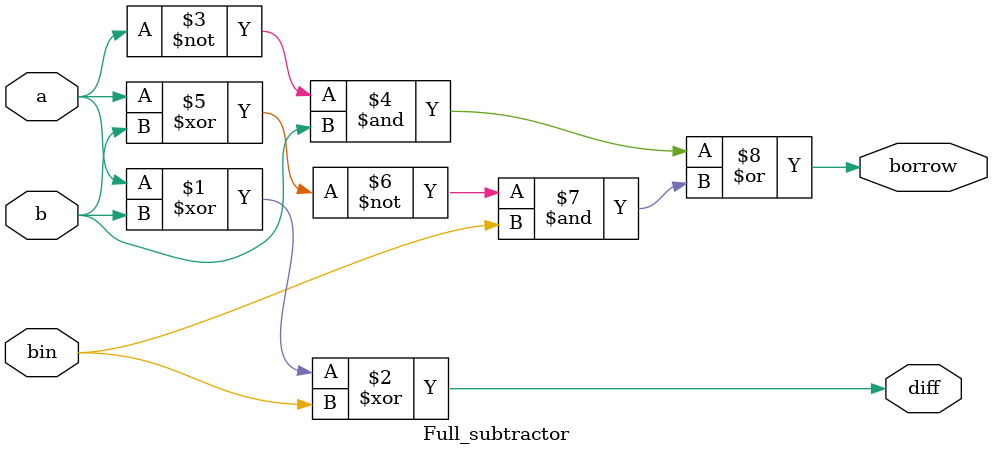
<source format=v>
module Full_subtractor (
    input  wire a, b, bin,       // Inputs
    output wire diff, borrow     // Outputs
);

    // Logic equations
    assign diff   = a ^ b ^ bin;                  // Difference
    assign borrow = (~a & b) | (~(a ^ b) & bin);  // Borrow logic

endmodule



</source>
